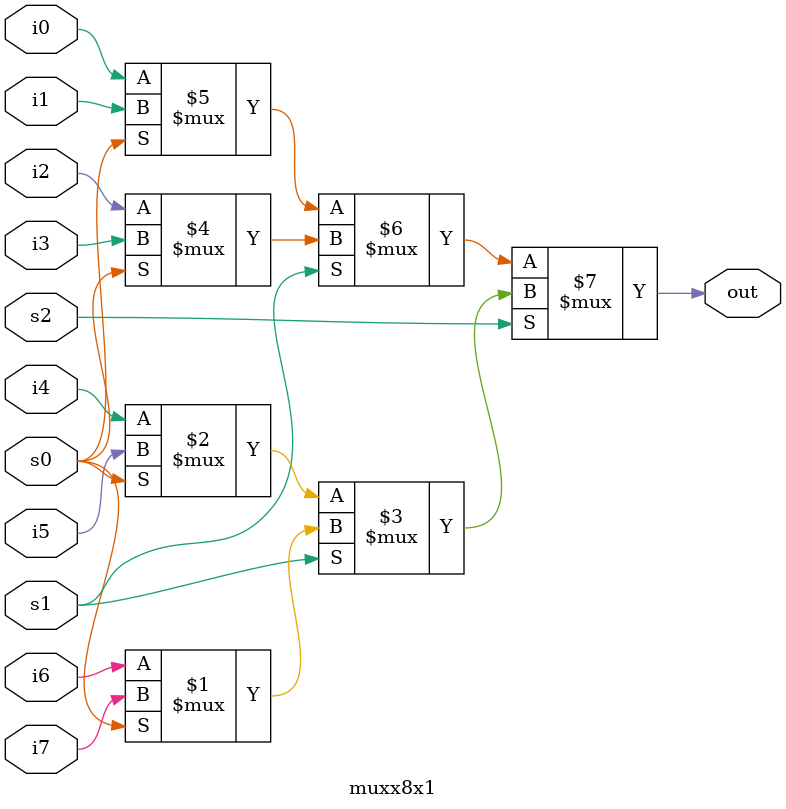
<source format=v>
`timescale 1ns / 1ps

module mux9x1using8x1(input i0,i1,i2,i3,i4,i5,i6,i7,i8,input s3,s2,s1,s0,output wire out);
wire t1;
muxx8x1 w1(i0,i1,i2,i3,i4,i5,i6,i7,s2,s1,s0,t1);
muuxx2x1 w2(t1,i8,s3,out);
endmodule
module muuxx2x1(input in0,in1,input sel,output out);
assign out=sel?in1:in0;
endmodule

module muxx8x1(input i0,i1,i2,i3,i4,i5,i6,i7,s2,s1,s0,output out);
assign out=s2?   (s1?
                         (s0?(i7):(i6)):(s0?(i5):(i4))):
                   (s1?
                         (s0?(i3):(i2)):(s0?(i1):(i0)));
endmodule



</source>
